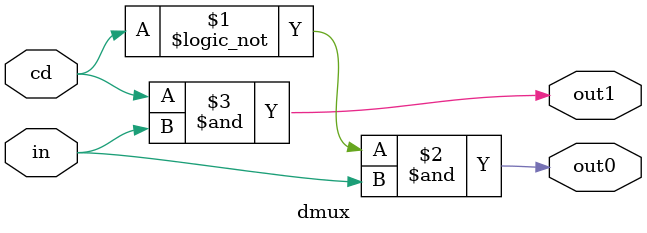
<source format=v>
`timescale 1ns / 1ps


module dmux(
    input in,
    input cd,
    output out0,
    output out1
    );
    
assign out0=(!cd)&in;
assign out1=cd&in;
endmodule

</source>
